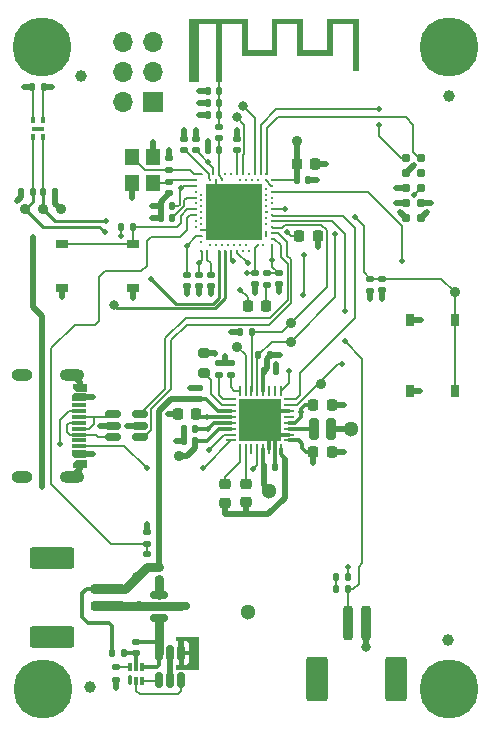
<source format=gbr>
G04 #@! TF.GenerationSoftware,KiCad,Pcbnew,8.0.9-8.0.9-0~ubuntu24.04.1*
G04 #@! TF.CreationDate,2025-04-11T12:42:36+02:00*
G04 #@! TF.ProjectId,Sensor_Nodes,53656e73-6f72-45f4-9e6f-6465732e6b69,rev?*
G04 #@! TF.SameCoordinates,Original*
G04 #@! TF.FileFunction,Copper,L1,Top*
G04 #@! TF.FilePolarity,Positive*
%FSLAX46Y46*%
G04 Gerber Fmt 4.6, Leading zero omitted, Abs format (unit mm)*
G04 Created by KiCad (PCBNEW 8.0.9-8.0.9-0~ubuntu24.04.1) date 2025-04-11 12:42:36*
%MOMM*%
%LPD*%
G01*
G04 APERTURE LIST*
G04 Aperture macros list*
%AMRoundRect*
0 Rectangle with rounded corners*
0 $1 Rounding radius*
0 $2 $3 $4 $5 $6 $7 $8 $9 X,Y pos of 4 corners*
0 Add a 4 corners polygon primitive as box body*
4,1,4,$2,$3,$4,$5,$6,$7,$8,$9,$2,$3,0*
0 Add four circle primitives for the rounded corners*
1,1,$1+$1,$2,$3*
1,1,$1+$1,$4,$5*
1,1,$1+$1,$6,$7*
1,1,$1+$1,$8,$9*
0 Add four rect primitives between the rounded corners*
20,1,$1+$1,$2,$3,$4,$5,0*
20,1,$1+$1,$4,$5,$6,$7,0*
20,1,$1+$1,$6,$7,$8,$9,0*
20,1,$1+$1,$8,$9,$2,$3,0*%
%AMOutline5P*
0 Free polygon, 5 corners , with rotation*
0 The origin of the aperture is its center*
0 number of corners: always 5*
0 $1 to $10 corner X, Y*
0 $11 Rotation angle, in degrees counterclockwise*
0 create outline with 5 corners*
4,1,5,$1,$2,$3,$4,$5,$6,$7,$8,$9,$10,$1,$2,$11*%
%AMOutline6P*
0 Free polygon, 6 corners , with rotation*
0 The origin of the aperture is its center*
0 number of corners: always 6*
0 $1 to $12 corner X, Y*
0 $13 Rotation angle, in degrees counterclockwise*
0 create outline with 6 corners*
4,1,6,$1,$2,$3,$4,$5,$6,$7,$8,$9,$10,$11,$12,$1,$2,$13*%
%AMOutline7P*
0 Free polygon, 7 corners , with rotation*
0 The origin of the aperture is its center*
0 number of corners: always 7*
0 $1 to $14 corner X, Y*
0 $15 Rotation angle, in degrees counterclockwise*
0 create outline with 7 corners*
4,1,7,$1,$2,$3,$4,$5,$6,$7,$8,$9,$10,$11,$12,$13,$14,$1,$2,$15*%
%AMOutline8P*
0 Free polygon, 8 corners , with rotation*
0 The origin of the aperture is its center*
0 number of corners: always 8*
0 $1 to $16 corner X, Y*
0 $17 Rotation angle, in degrees counterclockwise*
0 create outline with 8 corners*
4,1,8,$1,$2,$3,$4,$5,$6,$7,$8,$9,$10,$11,$12,$13,$14,$15,$16,$1,$2,$17*%
G04 Aperture macros list end*
G04 #@! TA.AperFunction,EtchedComponent*
%ADD10C,0.000000*%
G04 #@! TD*
G04 #@! TA.AperFunction,SMDPad,CuDef*
%ADD11RoundRect,0.140000X0.140000X0.170000X-0.140000X0.170000X-0.140000X-0.170000X0.140000X-0.170000X0*%
G04 #@! TD*
G04 #@! TA.AperFunction,SMDPad,CuDef*
%ADD12RoundRect,0.140000X0.170000X-0.140000X0.170000X0.140000X-0.170000X0.140000X-0.170000X-0.140000X0*%
G04 #@! TD*
G04 #@! TA.AperFunction,SMDPad,CuDef*
%ADD13RoundRect,0.140000X-0.170000X0.140000X-0.170000X-0.140000X0.170000X-0.140000X0.170000X0.140000X0*%
G04 #@! TD*
G04 #@! TA.AperFunction,SMDPad,CuDef*
%ADD14RoundRect,0.140000X-0.140000X-0.170000X0.140000X-0.170000X0.140000X0.170000X-0.140000X0.170000X0*%
G04 #@! TD*
G04 #@! TA.AperFunction,SMDPad,CuDef*
%ADD15C,0.900000*%
G04 #@! TD*
G04 #@! TA.AperFunction,SMDPad,CuDef*
%ADD16RoundRect,0.150000X-0.150000X0.512500X-0.150000X-0.512500X0.150000X-0.512500X0.150000X0.512500X0*%
G04 #@! TD*
G04 #@! TA.AperFunction,SMDPad,CuDef*
%ADD17R,1.000000X0.750000*%
G04 #@! TD*
G04 #@! TA.AperFunction,SMDPad,CuDef*
%ADD18RoundRect,0.147500X0.172500X-0.147500X0.172500X0.147500X-0.172500X0.147500X-0.172500X-0.147500X0*%
G04 #@! TD*
G04 #@! TA.AperFunction,SMDPad,CuDef*
%ADD19RoundRect,0.135000X0.185000X-0.135000X0.185000X0.135000X-0.185000X0.135000X-0.185000X-0.135000X0*%
G04 #@! TD*
G04 #@! TA.AperFunction,SMDPad,CuDef*
%ADD20RoundRect,0.200000X-0.200000X0.700000X-0.200000X-0.700000X0.200000X-0.700000X0.200000X0.700000X0*%
G04 #@! TD*
G04 #@! TA.AperFunction,BGAPad,CuDef*
%ADD21C,0.250000*%
G04 #@! TD*
G04 #@! TA.AperFunction,SMDPad,CuDef*
%ADD22R,4.850000X4.850000*%
G04 #@! TD*
G04 #@! TA.AperFunction,SMDPad,CuDef*
%ADD23RoundRect,0.135000X-0.135000X-0.185000X0.135000X-0.185000X0.135000X0.185000X-0.135000X0.185000X0*%
G04 #@! TD*
G04 #@! TA.AperFunction,SMDPad,CuDef*
%ADD24RoundRect,0.150000X-0.587500X-0.150000X0.587500X-0.150000X0.587500X0.150000X-0.587500X0.150000X0*%
G04 #@! TD*
G04 #@! TA.AperFunction,ComponentPad*
%ADD25C,1.300000*%
G04 #@! TD*
G04 #@! TA.AperFunction,SMDPad,CuDef*
%ADD26RoundRect,0.150000X0.512500X0.150000X-0.512500X0.150000X-0.512500X-0.150000X0.512500X-0.150000X0*%
G04 #@! TD*
G04 #@! TA.AperFunction,ComponentPad*
%ADD27C,0.800000*%
G04 #@! TD*
G04 #@! TA.AperFunction,ComponentPad*
%ADD28C,5.000000*%
G04 #@! TD*
G04 #@! TA.AperFunction,SMDPad,CuDef*
%ADD29RoundRect,0.225000X0.225000X0.250000X-0.225000X0.250000X-0.225000X-0.250000X0.225000X-0.250000X0*%
G04 #@! TD*
G04 #@! TA.AperFunction,SMDPad,CuDef*
%ADD30RoundRect,0.135000X-0.185000X0.135000X-0.185000X-0.135000X0.185000X-0.135000X0.185000X0.135000X0*%
G04 #@! TD*
G04 #@! TA.AperFunction,SMDPad,CuDef*
%ADD31RoundRect,0.135000X0.135000X0.185000X-0.135000X0.185000X-0.135000X-0.185000X0.135000X-0.185000X0*%
G04 #@! TD*
G04 #@! TA.AperFunction,SMDPad,CuDef*
%ADD32C,1.000000*%
G04 #@! TD*
G04 #@! TA.AperFunction,SMDPad,CuDef*
%ADD33C,0.787400*%
G04 #@! TD*
G04 #@! TA.AperFunction,SMDPad,CuDef*
%ADD34RoundRect,0.062500X0.337500X0.062500X-0.337500X0.062500X-0.337500X-0.062500X0.337500X-0.062500X0*%
G04 #@! TD*
G04 #@! TA.AperFunction,SMDPad,CuDef*
%ADD35RoundRect,0.062500X0.062500X0.337500X-0.062500X0.337500X-0.062500X-0.337500X0.062500X-0.337500X0*%
G04 #@! TD*
G04 #@! TA.AperFunction,HeatsinkPad*
%ADD36C,0.500000*%
G04 #@! TD*
G04 #@! TA.AperFunction,HeatsinkPad*
%ADD37R,3.600000X3.600000*%
G04 #@! TD*
G04 #@! TA.AperFunction,SMDPad,CuDef*
%ADD38R,0.300000X0.500000*%
G04 #@! TD*
G04 #@! TA.AperFunction,ComponentPad*
%ADD39C,0.400000*%
G04 #@! TD*
G04 #@! TA.AperFunction,SMDPad,CuDef*
%ADD40RoundRect,0.100000X-0.400000X-0.100000X0.400000X-0.100000X0.400000X0.100000X-0.400000X0.100000X0*%
G04 #@! TD*
G04 #@! TA.AperFunction,SMDPad,CuDef*
%ADD41RoundRect,0.200000X0.275000X-0.200000X0.275000X0.200000X-0.275000X0.200000X-0.275000X-0.200000X0*%
G04 #@! TD*
G04 #@! TA.AperFunction,SMDPad,CuDef*
%ADD42RoundRect,0.200000X-1.250000X0.200000X-1.250000X-0.200000X1.250000X-0.200000X1.250000X0.200000X0*%
G04 #@! TD*
G04 #@! TA.AperFunction,SMDPad,CuDef*
%ADD43RoundRect,0.250000X-1.650000X0.650000X-1.650000X-0.650000X1.650000X-0.650000X1.650000X0.650000X0*%
G04 #@! TD*
G04 #@! TA.AperFunction,SMDPad,CuDef*
%ADD44RoundRect,0.070000X-0.070000X-0.355000X0.070000X-0.355000X0.070000X0.355000X-0.070000X0.355000X0*%
G04 #@! TD*
G04 #@! TA.AperFunction,SMDPad,CuDef*
%ADD45RoundRect,0.070000X-0.070000X-0.305000X0.070000X-0.305000X0.070000X0.305000X-0.070000X0.305000X0*%
G04 #@! TD*
G04 #@! TA.AperFunction,ConnectorPad*
%ADD46R,0.500000X0.500000*%
G04 #@! TD*
G04 #@! TA.AperFunction,ComponentPad*
%ADD47R,0.900000X0.500000*%
G04 #@! TD*
G04 #@! TA.AperFunction,SMDPad,CuDef*
%ADD48RoundRect,0.218750X-0.256250X0.218750X-0.256250X-0.218750X0.256250X-0.218750X0.256250X0.218750X0*%
G04 #@! TD*
G04 #@! TA.AperFunction,SMDPad,CuDef*
%ADD49R,1.200000X1.400000*%
G04 #@! TD*
G04 #@! TA.AperFunction,SMDPad,CuDef*
%ADD50RoundRect,0.225000X-0.225000X-0.250000X0.225000X-0.250000X0.225000X0.250000X-0.225000X0.250000X0*%
G04 #@! TD*
G04 #@! TA.AperFunction,SMDPad,CuDef*
%ADD51R,0.750000X1.000000*%
G04 #@! TD*
G04 #@! TA.AperFunction,SMDPad,CuDef*
%ADD52Outline5P,-0.300000X0.575000X0.300000X0.575000X0.300000X-0.365000X0.090000X-0.575000X-0.300000X-0.575000X270.000000*%
G04 #@! TD*
G04 #@! TA.AperFunction,SMDPad,CuDef*
%ADD53Outline5P,-0.300000X0.620000X0.300000X0.620000X0.300000X-0.620000X-0.090000X-0.620000X-0.300000X-0.410000X270.000000*%
G04 #@! TD*
G04 #@! TA.AperFunction,SMDPad,CuDef*
%ADD54R,1.240000X0.300000*%
G04 #@! TD*
G04 #@! TA.AperFunction,SMDPad,CuDef*
%ADD55Outline5P,-0.300000X0.620000X0.300000X0.620000X0.300000X-0.410000X0.090000X-0.620000X-0.300000X-0.620000X270.000000*%
G04 #@! TD*
G04 #@! TA.AperFunction,SMDPad,CuDef*
%ADD56Outline5P,-0.300000X0.575000X0.300000X0.575000X0.300000X-0.575000X-0.090000X-0.575000X-0.300000X-0.365000X270.000000*%
G04 #@! TD*
G04 #@! TA.AperFunction,ComponentPad*
%ADD57O,2.100000X1.000000*%
G04 #@! TD*
G04 #@! TA.AperFunction,ComponentPad*
%ADD58O,1.800000X1.000000*%
G04 #@! TD*
G04 #@! TA.AperFunction,SMDPad,CuDef*
%ADD59RoundRect,0.200000X-0.200000X-1.250000X0.200000X-1.250000X0.200000X1.250000X-0.200000X1.250000X0*%
G04 #@! TD*
G04 #@! TA.AperFunction,SMDPad,CuDef*
%ADD60RoundRect,0.250000X-0.650000X-1.650000X0.650000X-1.650000X0.650000X1.650000X-0.650000X1.650000X0*%
G04 #@! TD*
G04 #@! TA.AperFunction,ComponentPad*
%ADD61R,1.700000X1.700000*%
G04 #@! TD*
G04 #@! TA.AperFunction,ComponentPad*
%ADD62O,1.700000X1.700000*%
G04 #@! TD*
G04 #@! TA.AperFunction,SMDPad,CuDef*
%ADD63RoundRect,0.218750X-0.218750X-0.256250X0.218750X-0.256250X0.218750X0.256250X-0.218750X0.256250X0*%
G04 #@! TD*
G04 #@! TA.AperFunction,ViaPad*
%ADD64C,0.500000*%
G04 #@! TD*
G04 #@! TA.AperFunction,ViaPad*
%ADD65C,0.800000*%
G04 #@! TD*
G04 #@! TA.AperFunction,ViaPad*
%ADD66C,0.200000*%
G04 #@! TD*
G04 #@! TA.AperFunction,Conductor*
%ADD67C,0.500000*%
G04 #@! TD*
G04 #@! TA.AperFunction,Conductor*
%ADD68C,0.300000*%
G04 #@! TD*
G04 #@! TA.AperFunction,Conductor*
%ADD69C,0.150000*%
G04 #@! TD*
G04 #@! TA.AperFunction,Conductor*
%ADD70C,0.200000*%
G04 #@! TD*
G04 #@! TA.AperFunction,Conductor*
%ADD71C,0.750000*%
G04 #@! TD*
G04 #@! TA.AperFunction,Conductor*
%ADD72C,0.250000*%
G04 #@! TD*
G04 APERTURE END LIST*
D10*
G04 #@! TA.AperFunction,EtchedComponent*
G36*
X105380000Y-74636000D02*
G01*
X107380000Y-74636000D01*
X107380000Y-71996000D01*
X110080000Y-71996000D01*
X110080000Y-74636000D01*
X112080000Y-74636000D01*
X112080000Y-71996000D01*
X114780000Y-71996000D01*
X114780000Y-76436000D01*
X114280000Y-76436000D01*
X114280000Y-72496000D01*
X112580000Y-72496000D01*
X112580000Y-75136000D01*
X109580000Y-75136000D01*
X109580000Y-72496000D01*
X107880000Y-72496000D01*
X107880000Y-75136000D01*
X104880000Y-75136000D01*
X104880000Y-72496000D01*
X103180000Y-72496000D01*
X103180000Y-77396000D01*
X102680000Y-77396000D01*
X102680000Y-72496000D01*
X101280000Y-72496000D01*
X101280000Y-77396000D01*
X100380000Y-77396000D01*
X100380000Y-77152785D01*
X100682417Y-77152785D01*
X100692258Y-77200395D01*
X100716326Y-77242797D01*
X100754269Y-77275581D01*
X100762181Y-77279935D01*
X100804844Y-77292043D01*
X100853363Y-77291300D01*
X100898878Y-77278400D01*
X100917489Y-77267787D01*
X100951132Y-77232553D01*
X100971691Y-77187368D01*
X100978222Y-77137842D01*
X100969782Y-77089583D01*
X100952888Y-77057357D01*
X100917628Y-77024687D01*
X100872318Y-77004592D01*
X100822733Y-76998018D01*
X100774647Y-77005908D01*
X100741755Y-77022814D01*
X100706815Y-77059584D01*
X100687153Y-77104378D01*
X100682417Y-77152785D01*
X100380000Y-77152785D01*
X100380000Y-71996000D01*
X105380000Y-71996000D01*
X105380000Y-74636000D01*
G37*
G04 #@! TD.AperFunction*
D11*
X100940000Y-107761000D03*
X99980000Y-107761000D03*
D12*
X98710000Y-84786000D03*
X98710000Y-83826000D03*
D13*
X116710000Y-94051000D03*
X116710000Y-95011000D03*
D11*
X98960000Y-88906000D03*
X98000000Y-88906000D03*
D14*
X106780000Y-101861000D03*
X107740000Y-101861000D03*
D15*
X86540000Y-88133500D03*
D16*
X99730000Y-125721000D03*
X98780000Y-125721000D03*
X97830000Y-125721000D03*
X97830000Y-127996000D03*
X98780000Y-127996000D03*
X99730000Y-127996000D03*
D17*
X95680000Y-94821000D03*
X89680000Y-94821000D03*
X89680000Y-91071000D03*
X95680000Y-91071000D03*
D18*
X102930000Y-82136000D03*
X102930000Y-81166000D03*
D12*
X102910000Y-102141000D03*
X102910000Y-101181000D03*
D19*
X115710000Y-95031000D03*
X115710000Y-94011000D03*
D15*
X96160000Y-121751000D03*
D11*
X98960000Y-87906000D03*
X98000000Y-87906000D03*
D20*
X112435000Y-106721000D03*
X110935000Y-106721000D03*
D12*
X95930000Y-125731000D03*
X95930000Y-124771000D03*
D21*
X100950000Y-89650000D03*
X100950000Y-89150000D03*
X100950000Y-88650000D03*
X100950000Y-88150000D03*
X100950000Y-87650000D03*
X100950000Y-87150000D03*
X100950000Y-86650000D03*
X100950000Y-86150000D03*
X100950000Y-85650000D03*
X106450000Y-85150000D03*
X106700000Y-91150000D03*
X106950000Y-90400000D03*
X106950000Y-89400000D03*
X106950000Y-88900000D03*
X106950000Y-88400000D03*
X106950000Y-87900000D03*
X106950000Y-87400000D03*
X106950000Y-86900000D03*
X106950000Y-86400000D03*
X106950000Y-85150000D03*
X107450000Y-91150000D03*
X107450000Y-90650000D03*
X107450000Y-90150000D03*
X107450000Y-89650000D03*
X107450000Y-89150000D03*
X107450000Y-88650000D03*
X107450000Y-88150000D03*
X107450000Y-87650000D03*
X107450000Y-87150000D03*
X107450000Y-86650000D03*
X107450000Y-86150000D03*
X107450000Y-85650000D03*
X101450000Y-91650000D03*
X101450000Y-90900000D03*
X101450000Y-90400000D03*
X101450000Y-89900000D03*
X101450000Y-89400000D03*
X101450000Y-88900000D03*
X101450000Y-88400000D03*
X101450000Y-87900000D03*
X101450000Y-87400000D03*
X101450000Y-86900000D03*
X101450000Y-85150000D03*
X101950000Y-91650000D03*
X102200000Y-91150000D03*
X102200000Y-85650000D03*
X102450000Y-85150000D03*
D22*
X104200000Y-88400000D03*
D21*
X102700000Y-91150000D03*
X102700000Y-85650000D03*
X102950000Y-91650000D03*
X103200000Y-91150000D03*
X103200000Y-85650000D03*
X103450000Y-91650000D03*
X103450000Y-85150000D03*
X103700000Y-91150000D03*
X103950000Y-91650000D03*
X103950000Y-85150000D03*
X104200000Y-91150000D03*
X104450000Y-91650000D03*
X104450000Y-85150000D03*
X104700000Y-91150000D03*
X104700000Y-85650000D03*
X104950000Y-91650000D03*
X104950000Y-85150000D03*
X105200000Y-91150000D03*
X105200000Y-85650000D03*
X105450000Y-91650000D03*
X105450000Y-85150000D03*
X105700000Y-85650000D03*
X105950000Y-91650000D03*
X105950000Y-85150000D03*
X106200000Y-91150000D03*
X106200000Y-85650000D03*
D23*
X86145000Y-86708500D03*
X87165000Y-86708500D03*
X93900000Y-125733500D03*
X94920000Y-125733500D03*
D24*
X97842500Y-120811000D03*
X97842500Y-122711000D03*
X99717500Y-121761000D03*
D23*
X104670000Y-98501000D03*
X105690000Y-98501000D03*
D25*
X114120000Y-106731000D03*
D15*
X88040000Y-88133500D03*
D25*
X107185000Y-111971000D03*
D26*
X96247500Y-107421000D03*
X96247500Y-106471000D03*
X96247500Y-105521000D03*
X93972500Y-105521000D03*
X93972500Y-106471000D03*
X93972500Y-107421000D03*
D13*
X98710000Y-85826000D03*
X98710000Y-86786000D03*
D27*
X86115000Y-74376000D03*
X86664175Y-73050175D03*
X86664175Y-75701825D03*
X87990000Y-72501000D03*
D28*
X87990000Y-74376000D03*
D27*
X87990000Y-76251000D03*
X89315825Y-73050175D03*
X89315825Y-75701825D03*
X89865000Y-74376000D03*
D14*
X106710000Y-109991000D03*
X107670000Y-109991000D03*
D29*
X101020000Y-105511000D03*
X99470000Y-105511000D03*
D30*
X94180000Y-126941000D03*
X94180000Y-127961000D03*
D31*
X113830000Y-119291000D03*
X112810000Y-119291000D03*
D30*
X106970000Y-93511000D03*
X106970000Y-94531000D03*
D32*
X122370000Y-78581000D03*
D15*
X108990000Y-99401000D03*
X109550000Y-82391000D03*
D11*
X100940000Y-106761000D03*
X99980000Y-106761000D03*
D33*
X120050000Y-88871000D03*
X120050000Y-87601000D03*
X120050000Y-86331000D03*
X120050000Y-85061000D03*
X120050000Y-83791000D03*
X118780000Y-83791000D03*
X118780000Y-85061000D03*
X118780000Y-86331000D03*
X118780000Y-87601000D03*
X118780000Y-88871000D03*
D23*
X112820000Y-120291000D03*
X113840000Y-120291000D03*
D34*
X108885000Y-107721000D03*
X108885000Y-107221000D03*
X108885000Y-106721000D03*
X108885000Y-106221000D03*
X108885000Y-105721000D03*
X108885000Y-105221000D03*
X108885000Y-104721000D03*
X108885000Y-104221000D03*
D35*
X108185000Y-103521000D03*
X107685000Y-103521000D03*
X107185000Y-103521000D03*
X106685000Y-103521000D03*
X106185000Y-103521000D03*
X105685000Y-103521000D03*
X105185000Y-103521000D03*
X104685000Y-103521000D03*
D34*
X103985000Y-104221000D03*
X103985000Y-104721000D03*
X103985000Y-105221000D03*
X103985000Y-105721000D03*
X103985000Y-106221000D03*
X103985000Y-106721000D03*
X103985000Y-107221000D03*
X103985000Y-107721000D03*
D35*
X104685000Y-108421000D03*
X105185000Y-108421000D03*
X105685000Y-108421000D03*
X106185000Y-108421000D03*
X106685000Y-108421000D03*
X107185000Y-108421000D03*
X107685000Y-108421000D03*
X108185000Y-108421000D03*
D36*
X107435000Y-106971000D03*
X107435000Y-105971000D03*
X107435000Y-104971000D03*
X106435000Y-106971000D03*
X106435000Y-105971000D03*
D37*
X106435000Y-105971000D03*
D36*
X106435000Y-104971000D03*
X105435000Y-106971000D03*
X105435000Y-105971000D03*
X105435000Y-104971000D03*
D13*
X107980000Y-93521000D03*
X107980000Y-94481000D03*
D38*
X87220000Y-82008500D03*
X88020000Y-82008500D03*
X88020000Y-80608500D03*
X87220000Y-80608500D03*
D39*
X87320000Y-81308500D03*
D40*
X87620000Y-81308500D03*
D39*
X87920000Y-81308500D03*
D41*
X101630000Y-102006000D03*
X101630000Y-100356000D03*
D42*
X93510000Y-120261000D03*
X93510000Y-121761000D03*
D43*
X88810000Y-117661000D03*
X88810000Y-124361000D03*
D13*
X101210000Y-93676000D03*
X101210000Y-94636000D03*
D44*
X95430000Y-128041000D03*
D45*
X95930000Y-128091000D03*
X96430000Y-128091000D03*
X96430000Y-126941000D03*
X95930000Y-126941000D03*
X95430000Y-126941000D03*
D30*
X97840000Y-118391000D03*
X97840000Y-119411000D03*
D46*
X102930000Y-77146000D03*
D47*
X100830000Y-77146000D03*
D11*
X102930000Y-79151000D03*
X101970000Y-79151000D03*
D32*
X91250000Y-76901000D03*
D48*
X105185000Y-111396000D03*
X105185000Y-112971000D03*
D15*
X99570000Y-109061000D03*
D11*
X102930000Y-78151000D03*
X101970000Y-78151000D03*
D14*
X109550000Y-85651000D03*
X110510000Y-85651000D03*
D13*
X105947500Y-93538500D03*
X105947500Y-94498500D03*
D49*
X95610000Y-83706000D03*
X95610000Y-85906000D03*
X97310000Y-85906000D03*
X97310000Y-83706000D03*
D50*
X110910000Y-108721000D03*
X112460000Y-108721000D03*
D27*
X120509175Y-74386825D03*
X121058350Y-73061000D03*
X121058350Y-75712650D03*
X122384175Y-72511825D03*
D28*
X122384175Y-74386825D03*
D27*
X122384175Y-76261825D03*
X123710000Y-73061000D03*
X123710000Y-75712650D03*
X124259175Y-74386825D03*
D11*
X102930000Y-80151000D03*
X101970000Y-80151000D03*
D13*
X100200000Y-93681000D03*
X100200000Y-94641000D03*
X102235000Y-93676000D03*
X102235000Y-94636000D03*
D51*
X119140000Y-103546000D03*
X119140000Y-97546000D03*
X122890000Y-97546000D03*
X122890000Y-103546000D03*
D15*
X104460000Y-99801000D03*
D12*
X101270000Y-104201000D03*
X101270000Y-103241000D03*
D31*
X107280000Y-100521000D03*
X106260000Y-100521000D03*
D27*
X86129175Y-128756825D03*
X86678350Y-127431000D03*
X86678350Y-130082650D03*
X88004175Y-126881825D03*
D28*
X88004175Y-128756825D03*
D27*
X88004175Y-130631825D03*
X89330000Y-127431000D03*
X89330000Y-130082650D03*
X89879175Y-128756825D03*
D11*
X102930000Y-83151000D03*
X101970000Y-83151000D03*
D12*
X104460000Y-83136000D03*
X104460000Y-82176000D03*
D52*
X91130000Y-103271000D03*
D53*
X91080000Y-104071000D03*
D54*
X91080000Y-105221000D03*
X91080000Y-106221000D03*
X91080000Y-106721000D03*
X91080000Y-107721000D03*
D55*
X91080000Y-108871000D03*
D56*
X91130000Y-109671000D03*
X91130000Y-109671000D03*
D55*
X91080000Y-108871000D03*
D54*
X91080000Y-108221000D03*
X91080000Y-107221000D03*
X91080000Y-105721000D03*
X91080000Y-104721000D03*
D53*
X91080000Y-104071000D03*
D52*
X91130000Y-103271000D03*
D57*
X90480000Y-102151000D03*
D58*
X86280000Y-102151000D03*
D57*
X90480000Y-110791000D03*
D58*
X86280000Y-110791000D03*
D19*
X96830000Y-116451000D03*
X96830000Y-115431000D03*
D12*
X100960000Y-83136000D03*
X100960000Y-82176000D03*
D23*
X94670000Y-89611000D03*
X95690000Y-89611000D03*
D59*
X113840000Y-123211000D03*
X115340000Y-123211000D03*
D60*
X111240000Y-127911000D03*
X117940000Y-127911000D03*
D50*
X109745000Y-90421000D03*
X111295000Y-90421000D03*
D15*
X111585000Y-102971000D03*
D50*
X110910000Y-104721000D03*
X112460000Y-104721000D03*
D19*
X103920000Y-102186000D03*
X103920000Y-101166000D03*
D25*
X105430000Y-122211000D03*
D15*
X109030000Y-97771000D03*
D61*
X97340000Y-79071000D03*
D62*
X94800000Y-79071000D03*
X97340000Y-76531000D03*
X94800000Y-76531000D03*
X97340000Y-73991000D03*
X94800000Y-73991000D03*
D31*
X89085000Y-86708500D03*
X88065000Y-86708500D03*
D12*
X99960000Y-83156000D03*
X99960000Y-82196000D03*
D63*
X105352500Y-96361000D03*
X106927500Y-96361000D03*
D19*
X96830000Y-118391000D03*
X96830000Y-117371000D03*
D50*
X109547500Y-84293500D03*
X111097500Y-84293500D03*
D48*
X103440000Y-111411000D03*
X103440000Y-112986000D03*
D32*
X91980000Y-128591000D03*
D11*
X88100000Y-77758500D03*
X87140000Y-77758500D03*
D15*
X95980000Y-119251000D03*
D27*
X120500000Y-128751000D03*
X121049175Y-127425175D03*
X121049175Y-130076825D03*
X122375000Y-126876000D03*
D28*
X122375000Y-128751000D03*
D27*
X122375000Y-130626000D03*
X123700825Y-127425175D03*
X123700825Y-130076825D03*
X124250000Y-128751000D03*
D32*
X122340000Y-124651000D03*
D15*
X89540000Y-88133500D03*
X122890000Y-95131000D03*
D64*
X100960000Y-125721000D03*
X100440000Y-103241000D03*
X113480000Y-104721000D03*
X98710000Y-83091000D03*
X101240000Y-78161000D03*
X104210000Y-90401000D03*
X97270000Y-88901000D03*
X89680000Y-95591000D03*
X100960000Y-124661000D03*
X100200000Y-95361000D03*
D65*
X115340000Y-125201000D03*
D64*
X104210000Y-87401000D03*
X104210000Y-88401000D03*
X98605000Y-105511000D03*
X107740000Y-101261000D03*
X99295000Y-107761000D03*
X107980000Y-95171000D03*
X94180000Y-128711000D03*
X104210000Y-89401000D03*
X113500000Y-108711000D03*
X111290000Y-91361000D03*
X116710000Y-95711000D03*
X120890000Y-87601000D03*
X120000000Y-97541000D03*
X96830000Y-114761000D03*
X99730000Y-126821000D03*
X100960000Y-81451000D03*
X95610000Y-87151000D03*
X101970000Y-82391000D03*
X102240000Y-95351000D03*
X118250000Y-88341000D03*
X105950000Y-95231000D03*
X100960000Y-126821000D03*
X101240000Y-79151000D03*
X117940000Y-86331000D03*
X97260000Y-87901000D03*
X99730000Y-124661000D03*
X104210000Y-86401000D03*
X86430000Y-77761000D03*
X106210000Y-88401000D03*
X103210000Y-88401000D03*
X105210000Y-88401000D03*
X101240000Y-80151000D03*
X95160000Y-106481000D03*
X97310000Y-82461000D03*
X101210000Y-95351000D03*
X95680000Y-95621000D03*
X99960000Y-81461000D03*
X111250000Y-85651000D03*
X119960000Y-103551000D03*
X112000000Y-84291000D03*
X104460000Y-81471000D03*
X103470000Y-100541000D03*
X117940000Y-87601000D03*
X119410000Y-84431000D03*
X102610000Y-100361000D03*
X102210000Y-88401000D03*
X115710000Y-95731000D03*
X113830000Y-118441000D03*
X108490000Y-88151000D03*
X101210000Y-92681000D03*
X99725000Y-86326000D03*
X103950000Y-98501000D03*
X110910000Y-109601000D03*
X105830000Y-110111000D03*
X109550000Y-83421000D03*
X108140000Y-100521000D03*
X120580000Y-88341000D03*
X94670000Y-90371000D03*
X105320000Y-93531000D03*
X88810000Y-77761000D03*
X85810000Y-87421000D03*
X89085000Y-87381000D03*
X87190000Y-90451000D03*
X87950000Y-111621000D03*
X114410000Y-88801000D03*
D66*
X106960000Y-88406000D03*
D64*
X100200000Y-91231000D03*
X101967500Y-84143500D03*
X108690000Y-90091000D03*
D66*
X106950000Y-90091000D03*
D64*
X101990000Y-106761000D03*
X92230000Y-104071000D03*
X92230000Y-108871000D03*
X92870000Y-106471000D03*
X109850000Y-105331000D03*
X108540000Y-109251000D03*
X101880000Y-105721000D03*
X107460000Y-92461000D03*
X100658198Y-108609198D03*
X101610000Y-110081000D03*
X96800000Y-110091000D03*
X102050000Y-108551000D03*
X89460000Y-108061000D03*
X113590000Y-96761000D03*
X113610000Y-99331000D03*
X116515000Y-79671000D03*
X116515000Y-80971000D03*
X120050000Y-85061000D03*
X104090000Y-92541000D03*
X105350000Y-92731000D03*
X119410000Y-86921000D03*
X104700000Y-94941000D03*
D66*
X104700000Y-91151000D03*
D64*
X110070000Y-95411000D03*
D66*
X106950000Y-88901000D03*
D64*
X108850000Y-101801000D03*
X110100000Y-92001000D03*
X97180000Y-94021000D03*
X93240000Y-90081000D03*
X93350000Y-89171000D03*
D66*
X103200000Y-91150000D03*
D64*
X113337500Y-101218500D03*
X118470000Y-92541000D03*
D66*
X106950000Y-89400000D03*
D64*
X112790000Y-90221000D03*
D65*
X104490000Y-80371000D03*
X104940000Y-79371000D03*
D66*
X106890000Y-85671000D03*
D65*
X94040000Y-96271000D03*
D67*
X111997500Y-84293500D02*
X112000000Y-84291000D01*
X103470000Y-101181000D02*
X103905000Y-101181000D01*
D68*
X107685000Y-105221000D02*
X107435000Y-104971000D01*
D67*
X111097500Y-84293500D02*
X111997500Y-84293500D01*
X105947500Y-94498500D02*
X105947500Y-95228500D01*
D69*
X102710000Y-85656000D02*
X102710000Y-86906000D01*
D67*
X115340000Y-123211000D02*
X115340000Y-125201000D01*
X104460000Y-82176000D02*
X104460000Y-81471000D01*
D68*
X107685000Y-107221000D02*
X106435000Y-105971000D01*
D67*
X100200000Y-94641000D02*
X100200000Y-95361000D01*
D69*
X101460000Y-89906000D02*
X102710000Y-89906000D01*
D67*
X96830000Y-115431000D02*
X96830000Y-114761000D01*
D69*
X87220000Y-77838500D02*
X87220000Y-80608500D01*
D67*
X91130000Y-110141000D02*
X90480000Y-110791000D01*
D69*
X87140000Y-77758500D02*
X87220000Y-77838500D01*
D67*
X112460000Y-108721000D02*
X113490000Y-108721000D01*
X97310000Y-83706000D02*
X97310000Y-82461000D01*
X119140000Y-103546000D02*
X119955000Y-103546000D01*
X103470000Y-101181000D02*
X103470000Y-100541000D01*
X110510000Y-85651000D02*
X111250000Y-85651000D01*
X96247500Y-106471000D02*
X95170000Y-106471000D01*
X87140000Y-77758500D02*
X86432500Y-77758500D01*
X99960000Y-82196000D02*
X99960000Y-81461000D01*
X118780000Y-85061000D02*
X119410000Y-84431000D01*
X89680000Y-94821000D02*
X89680000Y-95591000D01*
X105947500Y-95228500D02*
X105950000Y-95231000D01*
X101250000Y-78151000D02*
X101240000Y-78161000D01*
D68*
X107185000Y-106721000D02*
X106435000Y-105971000D01*
D67*
X94180000Y-127961000D02*
X94180000Y-128711000D01*
X111295000Y-90421000D02*
X111295000Y-91356000D01*
X102910000Y-101181000D02*
X103470000Y-101181000D01*
X99730000Y-125721000D02*
X99730000Y-124661000D01*
D70*
X107685000Y-109976000D02*
X107670000Y-109991000D01*
D67*
X101970000Y-79151000D02*
X101240000Y-79151000D01*
X98000000Y-87906000D02*
X98000000Y-87496000D01*
X95170000Y-106471000D02*
X95160000Y-106481000D01*
D69*
X102710000Y-86906000D02*
X104210000Y-88406000D01*
D68*
X107670000Y-109991000D02*
X107670000Y-107206000D01*
X107670000Y-107206000D02*
X106435000Y-105971000D01*
D67*
X98000000Y-87906000D02*
X97265000Y-87906000D01*
D68*
X108885000Y-105221000D02*
X107685000Y-105221000D01*
D67*
X116710000Y-95011000D02*
X116710000Y-95711000D01*
X119955000Y-103546000D02*
X119960000Y-103551000D01*
X101270000Y-103241000D02*
X100440000Y-103241000D01*
D69*
X102710000Y-89906000D02*
X104210000Y-88406000D01*
D67*
X100960000Y-82176000D02*
X100960000Y-81451000D01*
X118780000Y-88871000D02*
X118250000Y-88341000D01*
D68*
X107185000Y-108421000D02*
X107185000Y-106721000D01*
D67*
X99980000Y-107761000D02*
X99980000Y-106761000D01*
X86432500Y-77758500D02*
X86430000Y-77761000D01*
X102605000Y-100356000D02*
X102610000Y-100361000D01*
X91130000Y-103271000D02*
X91130000Y-102801000D01*
X118780000Y-86331000D02*
X117940000Y-86331000D01*
X99470000Y-105511000D02*
X98605000Y-105511000D01*
X107740000Y-101861000D02*
X107740000Y-101261000D01*
X118780000Y-87601000D02*
X117940000Y-87601000D01*
X101970000Y-78151000D02*
X101250000Y-78151000D01*
X98000000Y-88906000D02*
X98000000Y-87906000D01*
X102235000Y-95346000D02*
X102240000Y-95351000D01*
X101970000Y-83151000D02*
X101970000Y-82391000D01*
X101630000Y-100356000D02*
X102605000Y-100356000D01*
X102235000Y-94636000D02*
X102235000Y-95346000D01*
X111295000Y-91356000D02*
X111290000Y-91361000D01*
X120050000Y-87601000D02*
X120890000Y-87601000D01*
X98000000Y-87496000D02*
X98710000Y-86786000D01*
X103905000Y-101181000D02*
X103920000Y-101166000D01*
X101210000Y-94636000D02*
X101210000Y-95351000D01*
X95610000Y-85906000D02*
X95610000Y-87151000D01*
X97265000Y-87906000D02*
X97260000Y-87901000D01*
X98710000Y-83826000D02*
X98710000Y-83091000D01*
X119140000Y-97546000D02*
X119995000Y-97546000D01*
X107980000Y-94481000D02*
X107980000Y-95171000D01*
X91130000Y-109671000D02*
X91130000Y-110141000D01*
X91130000Y-102801000D02*
X90480000Y-102151000D01*
X101970000Y-80151000D02*
X101240000Y-80151000D01*
X119995000Y-97546000D02*
X120000000Y-97541000D01*
D70*
X107685000Y-107221000D02*
X107435000Y-106971000D01*
D67*
X97275000Y-88906000D02*
X97270000Y-88901000D01*
X113490000Y-108721000D02*
X113500000Y-108711000D01*
D68*
X108885000Y-107221000D02*
X107685000Y-107221000D01*
D67*
X99980000Y-107761000D02*
X99295000Y-107761000D01*
X112460000Y-104721000D02*
X113480000Y-104721000D01*
X95680000Y-94821000D02*
X95680000Y-95621000D01*
X98000000Y-88906000D02*
X97275000Y-88906000D01*
D70*
X105947500Y-93538500D02*
X105947500Y-91418500D01*
D68*
X106685000Y-101956000D02*
X106780000Y-101861000D01*
D70*
X108489000Y-88150000D02*
X108490000Y-88151000D01*
X99620000Y-87751000D02*
X99620000Y-86431000D01*
D67*
X120050000Y-88871000D02*
X120580000Y-88341000D01*
X106980000Y-100821000D02*
X107280000Y-100521000D01*
D70*
X101460000Y-91656000D02*
X101460000Y-92431000D01*
X107450000Y-88150000D02*
X108489000Y-88150000D01*
X105947500Y-91418500D02*
X106210000Y-91156000D01*
D68*
X109930000Y-108391000D02*
X109930000Y-107981000D01*
D70*
X98960000Y-87906000D02*
X99465000Y-87906000D01*
D67*
X109547500Y-84293500D02*
X109547500Y-85648500D01*
D68*
X109670000Y-107721000D02*
X108885000Y-107721000D01*
X109930000Y-107981000D02*
X109670000Y-107721000D01*
D70*
X99725000Y-86326000D02*
X99800000Y-86251000D01*
D67*
X115710000Y-95031000D02*
X115710000Y-95731000D01*
D68*
X110260000Y-108721000D02*
X109930000Y-108391000D01*
D70*
X106130000Y-109811000D02*
X105830000Y-110111000D01*
D67*
X109547500Y-85648500D02*
X109550000Y-85651000D01*
D70*
X105947500Y-93538500D02*
X105327500Y-93538500D01*
X99895000Y-86156000D02*
X99725000Y-86326000D01*
D68*
X106685000Y-103521000D02*
X106685000Y-101956000D01*
D67*
X104670000Y-98501000D02*
X103950000Y-98501000D01*
D70*
X106685000Y-101866000D02*
X106690000Y-101861000D01*
D67*
X106780000Y-101861000D02*
X106780000Y-101811000D01*
X114110000Y-106721000D02*
X114120000Y-106731000D01*
D70*
X107460000Y-85656000D02*
X109545000Y-85656000D01*
X99620000Y-86431000D02*
X99725000Y-86326000D01*
X105327500Y-93538500D02*
X105320000Y-93531000D01*
X100960000Y-86156000D02*
X99895000Y-86156000D01*
D67*
X106980000Y-101611000D02*
X106980000Y-100821000D01*
X106780000Y-101811000D02*
X106980000Y-101611000D01*
D70*
X99465000Y-87906000D02*
X99620000Y-87751000D01*
D68*
X110910000Y-108721000D02*
X110260000Y-108721000D01*
D67*
X107280000Y-100521000D02*
X108140000Y-100521000D01*
D70*
X109545000Y-85656000D02*
X109550000Y-85651000D01*
D67*
X109550000Y-83421000D02*
X109550000Y-82391000D01*
D70*
X101210000Y-93676000D02*
X101210000Y-92681000D01*
X94670000Y-89611000D02*
X94670000Y-90371000D01*
X106185000Y-108421000D02*
X106130000Y-108476000D01*
D67*
X110910000Y-108721000D02*
X110910000Y-109601000D01*
D70*
X101460000Y-92431000D02*
X101210000Y-92681000D01*
D67*
X112435000Y-106721000D02*
X114110000Y-106721000D01*
D70*
X106130000Y-108476000D02*
X106130000Y-109811000D01*
D67*
X109547500Y-83423500D02*
X109550000Y-83421000D01*
D70*
X113830000Y-119291000D02*
X113830000Y-118441000D01*
D67*
X109547500Y-84293500D02*
X109547500Y-83423500D01*
X87190000Y-96451000D02*
X87190000Y-90451000D01*
X106710000Y-111496000D02*
X107185000Y-111971000D01*
X87950000Y-111621000D02*
X87950000Y-98701000D01*
X106710000Y-109991000D02*
X106710000Y-111496000D01*
X86145000Y-86708500D02*
X86145000Y-87086000D01*
X87950000Y-97211000D02*
X87190000Y-96451000D01*
D68*
X106685000Y-109966000D02*
X106710000Y-109991000D01*
D67*
X88100000Y-77758500D02*
X88807500Y-77758500D01*
D69*
X88100000Y-77758500D02*
X88020000Y-77838500D01*
D67*
X87950000Y-98701000D02*
X87950000Y-97211000D01*
X86145000Y-87086000D02*
X85810000Y-87421000D01*
X89085000Y-87678500D02*
X89540000Y-88133500D01*
X88807500Y-77758500D02*
X88810000Y-77761000D01*
D69*
X88020000Y-77838500D02*
X88020000Y-80608500D01*
D68*
X106685000Y-108421000D02*
X106685000Y-109966000D01*
D67*
X89085000Y-86708500D02*
X89085000Y-87678500D01*
D70*
X102930000Y-77146000D02*
X102930000Y-81166000D01*
D69*
X100855000Y-85156000D02*
X101460000Y-85156000D01*
X100485000Y-84786000D02*
X100855000Y-85156000D01*
X96690000Y-84786000D02*
X95610000Y-83706000D01*
X98710000Y-84786000D02*
X96690000Y-84786000D01*
X98710000Y-84786000D02*
X100485000Y-84786000D01*
D70*
X114410000Y-88801000D02*
X115190000Y-89581000D01*
X122890000Y-97546000D02*
X122890000Y-95131000D01*
X121770000Y-94011000D02*
X115710000Y-94011000D01*
X115190000Y-93491000D02*
X115710000Y-94011000D01*
X122890000Y-95131000D02*
X121770000Y-94011000D01*
X115190000Y-89581000D02*
X115190000Y-93491000D01*
X122890000Y-103546000D02*
X122890000Y-97546000D01*
D69*
X97310000Y-85906000D02*
X98630000Y-85906000D01*
X98880000Y-85656000D02*
X100960000Y-85656000D01*
X98630000Y-85906000D02*
X98710000Y-85826000D01*
X98710000Y-85826000D02*
X98880000Y-85656000D01*
D70*
X102930000Y-85274959D02*
X103210000Y-85554959D01*
D69*
X103210000Y-85590314D02*
X103210000Y-85656000D01*
D70*
X103210000Y-85554959D02*
X103210000Y-85656000D01*
X102930000Y-82136000D02*
X102930000Y-85274959D01*
X100200000Y-93681000D02*
X100200000Y-91231000D01*
X100200000Y-91231000D02*
X101025000Y-90406000D01*
X102460000Y-85156000D02*
X102460000Y-84636000D01*
X101025000Y-90406000D02*
X101460000Y-90406000D01*
X102460000Y-84636000D02*
X100960000Y-83136000D01*
X104460000Y-83136000D02*
X104460000Y-85156000D01*
D69*
X102060000Y-85190314D02*
X100025686Y-83156000D01*
X100025686Y-83156000D02*
X99960000Y-83156000D01*
X102210000Y-85656000D02*
X102060000Y-85506000D01*
X102060000Y-85506000D02*
X102060000Y-85190314D01*
D70*
X100205000Y-87156000D02*
X100960000Y-87156000D01*
X99970000Y-87391000D02*
X100205000Y-87156000D01*
X99970000Y-87896000D02*
X99970000Y-87391000D01*
X98960000Y-88906000D02*
X99970000Y-87896000D01*
X101960000Y-92431000D02*
X101960000Y-91656000D01*
X102235000Y-93676000D02*
X102235000Y-92706000D01*
X102235000Y-92706000D02*
X101960000Y-92431000D01*
D69*
X106950000Y-90400000D02*
X106950000Y-90091000D01*
X109020000Y-90421000D02*
X109745000Y-90421000D01*
X108690000Y-90091000D02*
X109020000Y-90421000D01*
D68*
X95927500Y-125733500D02*
X95930000Y-125731000D01*
X95930000Y-125731000D02*
X95930000Y-126941000D01*
X94920000Y-125733500D02*
X95927500Y-125733500D01*
D70*
X94922500Y-125731000D02*
X94920000Y-125733500D01*
D71*
X97842500Y-122711000D02*
X97842500Y-124251000D01*
X97842500Y-124781000D02*
X97842500Y-125708500D01*
D68*
X95930000Y-124771000D02*
X97832500Y-124771000D01*
X97830000Y-126771000D02*
X97830000Y-125721000D01*
D71*
X97842500Y-124251000D02*
X97842500Y-124781000D01*
X97842500Y-125708500D02*
X97830000Y-125721000D01*
D68*
X96430000Y-126941000D02*
X97660000Y-126941000D01*
X97660000Y-126941000D02*
X97830000Y-126771000D01*
X97832500Y-124771000D02*
X97842500Y-124781000D01*
D67*
X93972500Y-106471000D02*
X92870000Y-106471000D01*
D68*
X103985000Y-106221000D02*
X102530000Y-106221000D01*
X102530000Y-106221000D02*
X101990000Y-106761000D01*
X100940000Y-106761000D02*
X101990000Y-106761000D01*
D67*
X92230000Y-104071000D02*
X91080000Y-104071000D01*
X91080000Y-108871000D02*
X92230000Y-108871000D01*
D68*
X93900000Y-123421000D02*
X93620000Y-123141000D01*
D67*
X97830000Y-105253624D02*
X97830000Y-118381000D01*
D71*
X94960000Y-120261000D02*
X96830000Y-118391000D01*
D67*
X101270000Y-104201000D02*
X98882624Y-104201000D01*
D68*
X102860000Y-105221000D02*
X103985000Y-105221000D01*
X91850000Y-123141000D02*
X91350000Y-122641000D01*
D71*
X93510000Y-120261000D02*
X94960000Y-120261000D01*
X96830000Y-118391000D02*
X97840000Y-118391000D01*
D68*
X91350000Y-122641000D02*
X91350000Y-120641000D01*
X91350000Y-120641000D02*
X91730000Y-120261000D01*
X93900000Y-125733500D02*
X93900000Y-123421000D01*
D67*
X98882624Y-104201000D02*
X97830000Y-105253624D01*
D72*
X103985000Y-105221000D02*
X103980000Y-105226000D01*
D68*
X93620000Y-123141000D02*
X91850000Y-123141000D01*
X101270000Y-104201000D02*
X101840000Y-104201000D01*
D67*
X97830000Y-118381000D02*
X97840000Y-118391000D01*
D68*
X91730000Y-120261000D02*
X93510000Y-120261000D01*
X101840000Y-104201000D02*
X102860000Y-105221000D01*
D72*
X101270000Y-105761000D02*
X101020000Y-105511000D01*
D67*
X108540000Y-109251000D02*
X108540000Y-112551000D01*
D68*
X109850000Y-105331000D02*
X109850000Y-105061000D01*
X108885000Y-106221000D02*
X109370096Y-106221000D01*
D67*
X103440000Y-113961000D02*
X103440000Y-112986000D01*
X103450000Y-113971000D02*
X103440000Y-113961000D01*
D68*
X109370096Y-106221000D02*
X109850000Y-105741096D01*
D67*
X108540000Y-112551000D02*
X107120000Y-113971000D01*
X105170000Y-112986000D02*
X105185000Y-112971000D01*
D68*
X109850000Y-105741096D02*
X109850000Y-105331000D01*
D67*
X105185000Y-113966000D02*
X105190000Y-113971000D01*
D68*
X109850000Y-105061000D02*
X110190000Y-104721000D01*
X110190000Y-104721000D02*
X110910000Y-104721000D01*
X108185000Y-108421000D02*
X108185000Y-108896000D01*
X103985000Y-105721000D02*
X101880000Y-105721000D01*
X101020000Y-105511000D02*
X101230000Y-105721000D01*
D67*
X105185000Y-112971000D02*
X105185000Y-113966000D01*
D68*
X101230000Y-105721000D02*
X101880000Y-105721000D01*
D67*
X107120000Y-113971000D02*
X103450000Y-113971000D01*
D68*
X108185000Y-108896000D02*
X108540000Y-109251000D01*
D67*
X99570000Y-109061000D02*
X100206396Y-109061000D01*
X100940000Y-108327396D02*
X100940000Y-107761000D01*
D70*
X107980000Y-93521000D02*
X106980000Y-93521000D01*
X107460000Y-93001000D02*
X107460000Y-92461000D01*
X106980000Y-93521000D02*
X106970000Y-93511000D01*
D68*
X101890000Y-107761000D02*
X102930000Y-106721000D01*
X102930000Y-106721000D02*
X103985000Y-106721000D01*
D70*
X107460000Y-91156000D02*
X107460000Y-92461000D01*
D67*
X100206396Y-109061000D02*
X100940000Y-108327396D01*
D70*
X107980000Y-93521000D02*
X107460000Y-93001000D01*
D68*
X100940000Y-107761000D02*
X101890000Y-107761000D01*
D70*
X92720000Y-107421000D02*
X93972500Y-107421000D01*
X90070000Y-106976000D02*
X90315000Y-107221000D01*
X91080000Y-107221000D02*
X92520000Y-107221000D01*
X90070000Y-106411000D02*
X90070000Y-106976000D01*
X90315000Y-107221000D02*
X91080000Y-107221000D01*
X90260000Y-106221000D02*
X90070000Y-106411000D01*
X92520000Y-107221000D02*
X92720000Y-107421000D01*
X91080000Y-106221000D02*
X90260000Y-106221000D01*
X101625000Y-110081000D02*
X101610000Y-110081000D01*
X96800000Y-110091000D02*
X94930000Y-108221000D01*
X94930000Y-108221000D02*
X91080000Y-108221000D01*
X103985000Y-107721000D02*
X101625000Y-110081000D01*
X92310000Y-105721000D02*
X93772500Y-105721000D01*
X91080000Y-106721000D02*
X91900000Y-106721000D01*
X93772500Y-105721000D02*
X93972500Y-105521000D01*
X91080000Y-105721000D02*
X92310000Y-105721000D01*
X91900000Y-106721000D02*
X92310000Y-106311000D01*
X92310000Y-106311000D02*
X92310000Y-105721000D01*
X90260000Y-105221000D02*
X89460000Y-106021000D01*
X91080000Y-105221000D02*
X90260000Y-105221000D01*
X102050000Y-108551000D02*
X103380000Y-107221000D01*
X103380000Y-107221000D02*
X103985000Y-107221000D01*
X89460000Y-106021000D02*
X89460000Y-108061000D01*
X113610000Y-91511000D02*
X113610000Y-96741000D01*
X115070000Y-118111000D02*
X114770000Y-118411000D01*
X113840000Y-123211000D02*
X113840000Y-120291000D01*
X107450000Y-89150000D02*
X112539244Y-89150000D01*
X115070000Y-100791000D02*
X115070000Y-118111000D01*
X113610000Y-90220756D02*
X113610000Y-91511000D01*
X113610000Y-96741000D02*
X113590000Y-96761000D01*
X114770000Y-118411000D02*
X114770000Y-119841000D01*
X112539244Y-89150000D02*
X113610000Y-90220756D01*
X114770000Y-119841000D02*
X114320000Y-120291000D01*
X113610000Y-99331000D02*
X115070000Y-100791000D01*
X114320000Y-120291000D02*
X113840000Y-120291000D01*
D71*
X93510000Y-121761000D02*
X99717500Y-121761000D01*
D69*
X107890000Y-80346000D02*
X106960000Y-81276000D01*
X119390000Y-80996000D02*
X118740000Y-80346000D01*
X120050000Y-83791000D02*
X119864889Y-83791000D01*
X106960000Y-81276000D02*
X106960000Y-85156000D01*
X118740000Y-80346000D02*
X107890000Y-80346000D01*
X119390000Y-83316111D02*
X119390000Y-80996000D01*
X119864889Y-83791000D02*
X119390000Y-83316111D01*
X107765000Y-79671000D02*
X106460000Y-80976000D01*
X118378927Y-83791000D02*
X116515000Y-81927073D01*
X118780000Y-83791000D02*
X118378927Y-83791000D01*
X116515000Y-79671000D02*
X107765000Y-79671000D01*
X106460000Y-80976000D02*
X106460000Y-85156000D01*
X116515000Y-81927073D02*
X116515000Y-80971000D01*
X103950000Y-91650000D02*
X103950000Y-92401000D01*
X103950000Y-92401000D02*
X104090000Y-92541000D01*
X104450000Y-91650000D02*
X104450000Y-91831000D01*
X119460000Y-86921000D02*
X120050000Y-86331000D01*
X119410000Y-86921000D02*
X119460000Y-86921000D01*
X104450000Y-91831000D02*
X105350000Y-92731000D01*
X108150000Y-91173224D02*
X108150000Y-92181000D01*
X107240000Y-97331000D02*
X100120000Y-97331000D01*
X107626776Y-90650000D02*
X108150000Y-91173224D01*
D70*
X96247500Y-105521000D02*
X98390000Y-103378500D01*
D69*
X98390000Y-99061000D02*
X98390000Y-102641000D01*
D70*
X98390000Y-103378500D02*
X98390000Y-102641000D01*
D69*
X108150000Y-92181000D02*
X108760000Y-92791000D01*
X100120000Y-97331000D02*
X98390000Y-99061000D01*
X107450000Y-90650000D02*
X107626776Y-90650000D01*
X108760000Y-92791000D02*
X108760000Y-95811000D01*
X108760000Y-95811000D02*
X107240000Y-97331000D01*
D70*
X98890000Y-103340948D02*
X97210000Y-105020948D01*
D69*
X98890000Y-99231000D02*
X100215000Y-97906000D01*
D70*
X97210000Y-106811552D02*
X96600552Y-107421000D01*
D69*
X107205000Y-97906000D02*
X109037000Y-96074000D01*
D70*
X98890000Y-102548000D02*
X98890000Y-103340948D01*
D69*
X108710000Y-90941000D02*
X107919000Y-90150000D01*
X109037000Y-96074000D02*
X109037000Y-92398000D01*
D70*
X97210000Y-105020948D02*
X97210000Y-106811552D01*
D69*
X107919000Y-90150000D02*
X107450000Y-90150000D01*
X98890000Y-102548000D02*
X98890000Y-99231000D01*
X108710000Y-92071000D02*
X108710000Y-90941000D01*
D70*
X96600552Y-107421000D02*
X96247500Y-107421000D01*
D69*
X100215000Y-97906000D02*
X107205000Y-97906000D01*
X109037000Y-92398000D02*
X108710000Y-92071000D01*
D70*
X104700000Y-94941000D02*
X105352500Y-95593500D01*
X104700000Y-91150000D02*
X104700000Y-91151000D01*
X105352500Y-95593500D02*
X105352500Y-96361000D01*
X106927500Y-94573500D02*
X106970000Y-94531000D01*
X106970000Y-96318500D02*
X106927500Y-96361000D01*
X106927500Y-96361000D02*
X106927500Y-94573500D01*
X105185000Y-108421000D02*
X105185000Y-111396000D01*
X104685000Y-109566000D02*
X104685000Y-108421000D01*
X103440000Y-110811000D02*
X104685000Y-109566000D01*
X103440000Y-111411000D02*
X103440000Y-110811000D01*
X110100000Y-95381000D02*
X110070000Y-95411000D01*
X108850000Y-101801000D02*
X108850000Y-102856000D01*
X108850000Y-102856000D02*
X108185000Y-103521000D01*
X110100000Y-92001000D02*
X110100000Y-95381000D01*
X109030000Y-97771000D02*
X112045000Y-94756000D01*
X105685000Y-103521000D02*
X105690000Y-103516000D01*
X112045000Y-94756000D02*
X112045000Y-89926000D01*
X107525878Y-89725878D02*
X107450000Y-89650000D01*
X112045000Y-89926000D02*
X111600000Y-89481000D01*
X108479756Y-89481000D02*
X108234878Y-89725878D01*
X105690000Y-98501000D02*
X108300000Y-98501000D01*
X105690000Y-103516000D02*
X105690000Y-98501000D01*
X108234878Y-89725878D02*
X107525878Y-89725878D01*
X111600000Y-89481000D02*
X108479756Y-89481000D01*
X108300000Y-98501000D02*
X109030000Y-97771000D01*
X95680000Y-91071000D02*
X95680000Y-89621000D01*
X99350000Y-89611000D02*
X99680000Y-89281000D01*
X89680000Y-91071000D02*
X95680000Y-91071000D01*
X100251000Y-88150000D02*
X100950000Y-88150000D01*
X99680000Y-89281000D02*
X99680000Y-88721000D01*
X95680000Y-89621000D02*
X95690000Y-89611000D01*
X95690000Y-89611000D02*
X99350000Y-89611000D01*
X99680000Y-88721000D02*
X100251000Y-88150000D01*
X100230000Y-88891000D02*
X100230000Y-89911000D01*
X100230000Y-89911000D02*
X99650000Y-90491000D01*
X96800000Y-90831000D02*
X96800000Y-92961000D01*
X99650000Y-90491000D02*
X97140000Y-90491000D01*
X92770000Y-97591000D02*
X92430000Y-97931000D01*
X100471000Y-88650000D02*
X100230000Y-88891000D01*
X96830000Y-117371000D02*
X96830000Y-116451000D01*
X92770000Y-93891000D02*
X92770000Y-97591000D01*
X96370000Y-93391000D02*
X93270000Y-93391000D01*
X100950000Y-88650000D02*
X100471000Y-88650000D01*
X90720000Y-97931000D02*
X88720000Y-99931000D01*
X96830000Y-116451000D02*
X93780000Y-116451000D01*
X92430000Y-97931000D02*
X90720000Y-97931000D01*
X88720000Y-99931000D02*
X88720000Y-111241000D01*
X96800000Y-92961000D02*
X96370000Y-93391000D01*
X88720000Y-111391000D02*
X88720000Y-111241000D01*
X97140000Y-90491000D02*
X96800000Y-90831000D01*
X93270000Y-93391000D02*
X92770000Y-93891000D01*
X93780000Y-116451000D02*
X88720000Y-111391000D01*
D69*
X87220000Y-82008500D02*
X87220000Y-86653500D01*
X87220000Y-86653500D02*
X87165000Y-86708500D01*
D72*
X92070000Y-89651000D02*
X92810000Y-89651000D01*
X87165000Y-86708500D02*
X87165000Y-87508500D01*
X102430000Y-96161000D02*
X102950000Y-95641000D01*
X88057500Y-89651000D02*
X92070000Y-89651000D01*
X97180000Y-94021000D02*
X99320000Y-96161000D01*
X92810000Y-89651000D02*
X93240000Y-90081000D01*
X102950000Y-95641000D02*
X102950000Y-91650000D01*
X86540000Y-88133500D02*
X88057500Y-89651000D01*
X87165000Y-87508500D02*
X86540000Y-88133500D01*
X99320000Y-96161000D02*
X102430000Y-96161000D01*
X89077500Y-89171000D02*
X92080000Y-89171000D01*
D69*
X88020000Y-82008500D02*
X88020000Y-86663500D01*
D72*
X92080000Y-89171000D02*
X93350000Y-89171000D01*
X88065000Y-86708500D02*
X88065000Y-88108500D01*
X88040000Y-88133500D02*
X89077500Y-89171000D01*
X88065000Y-88108500D02*
X88040000Y-88133500D01*
D69*
X103200000Y-91150000D02*
X103200000Y-91151000D01*
X88020000Y-86663500D02*
X88065000Y-86708500D01*
D70*
X109820000Y-103831000D02*
X109820000Y-101981000D01*
X114460000Y-97341000D02*
X114460000Y-89771000D01*
X109820000Y-101981000D02*
X114460000Y-97341000D01*
X107531000Y-88731000D02*
X107450000Y-88650000D01*
X108885000Y-104221000D02*
X109430000Y-104221000D01*
X113420000Y-88731000D02*
X107531000Y-88731000D01*
X109430000Y-104221000D02*
X109820000Y-103831000D01*
X114460000Y-89771000D02*
X113420000Y-88731000D01*
D69*
X97735000Y-128091000D02*
X97830000Y-127996000D01*
X96430000Y-128091000D02*
X97735000Y-128091000D01*
D70*
X94180000Y-126941000D02*
X95430000Y-126941000D01*
D69*
X96240000Y-129221000D02*
X99430000Y-129221000D01*
X95930000Y-128091000D02*
X95930000Y-128911000D01*
X99730000Y-128921000D02*
X99730000Y-127996000D01*
X95930000Y-128911000D02*
X96240000Y-129221000D01*
X99430000Y-129221000D02*
X99730000Y-128921000D01*
D68*
X108885000Y-106721000D02*
X110935000Y-106721000D01*
D70*
X102240000Y-103761000D02*
X102240000Y-102616000D01*
X103200000Y-104721000D02*
X102240000Y-103761000D01*
X103985000Y-104721000D02*
X103200000Y-104721000D01*
X102240000Y-102616000D02*
X101630000Y-102006000D01*
X103300000Y-104221000D02*
X102910000Y-103831000D01*
X103985000Y-104221000D02*
X103300000Y-104221000D01*
X102910000Y-103831000D02*
X102910000Y-102161000D01*
X104460000Y-99801000D02*
X105185000Y-100526000D01*
X105185000Y-100526000D02*
X105185000Y-103521000D01*
X104230000Y-103521000D02*
X103920000Y-103211000D01*
X104685000Y-103521000D02*
X104230000Y-103521000D01*
X103920000Y-103211000D02*
X103920000Y-102186000D01*
X112820000Y-120291000D02*
X112820000Y-119301000D01*
X112820000Y-119301000D02*
X112810000Y-119291000D01*
D71*
X97842500Y-120811000D02*
X97842500Y-119413500D01*
X97842500Y-119413500D02*
X97840000Y-119411000D01*
D67*
X98780000Y-125721000D02*
X98780000Y-127996000D01*
D70*
X107450000Y-86650000D02*
X115558283Y-86650000D01*
X113337500Y-101218500D02*
X113012500Y-101218500D01*
X113012500Y-101218500D02*
X109510000Y-104721000D01*
X118470000Y-89561717D02*
X118470000Y-92541000D01*
X109510000Y-104721000D02*
X108885000Y-104721000D01*
X115558283Y-86650000D02*
X118470000Y-89561717D01*
X106190000Y-100521000D02*
X106190000Y-103516000D01*
X106190000Y-103516000D02*
X106185000Y-103521000D01*
X112790000Y-95601000D02*
X108990000Y-99401000D01*
X112790000Y-90221000D02*
X112790000Y-95601000D01*
X107380000Y-99401000D02*
X108990000Y-99401000D01*
X106260000Y-100521000D02*
X107380000Y-99401000D01*
X105090000Y-83442134D02*
X105090000Y-80971000D01*
X105090000Y-80971000D02*
X104490000Y-80371000D01*
X104950000Y-85150000D02*
X104950000Y-83582134D01*
X104950000Y-83582134D02*
X105090000Y-83442134D01*
X105950000Y-80381000D02*
X104940000Y-79371000D01*
X105950000Y-85150000D02*
X105950000Y-80381000D01*
X106890000Y-85691041D02*
X106890000Y-85671000D01*
X107348959Y-86150000D02*
X106890000Y-85691041D01*
X107450000Y-86150000D02*
X107348959Y-86150000D01*
D72*
X103450000Y-95674159D02*
X102586159Y-96538000D01*
X103450000Y-91650000D02*
X103450000Y-95674159D01*
X102586159Y-96538000D02*
X94307000Y-96538000D01*
X94307000Y-96538000D02*
X94040000Y-96271000D01*
D69*
X103700000Y-91150000D02*
X103700000Y-91151000D01*
G04 #@! TA.AperFunction,Conductor*
G36*
X101203039Y-124340685D02*
G01*
X101248794Y-124393489D01*
X101260000Y-124445000D01*
X101260000Y-127017000D01*
X101240315Y-127084039D01*
X101187511Y-127129794D01*
X101136000Y-127141000D01*
X99384000Y-127141000D01*
X99316961Y-127121315D01*
X99271206Y-127068511D01*
X99260000Y-127017000D01*
X99260000Y-126880722D01*
X99279685Y-126813683D01*
X99332489Y-126767928D01*
X99401647Y-126757984D01*
X99429490Y-126765368D01*
X99448553Y-126772885D01*
X99530000Y-126782665D01*
X99930000Y-126782665D01*
X100011442Y-126772886D01*
X100152095Y-126717420D01*
X100272564Y-126626064D01*
X100363920Y-126505595D01*
X100419386Y-126364943D01*
X100430000Y-126276553D01*
X100430000Y-125921000D01*
X99930000Y-125921000D01*
X99930000Y-126782665D01*
X99530000Y-126782665D01*
X99530000Y-125521000D01*
X99930000Y-125521000D01*
X100430000Y-125521000D01*
X100430000Y-125165446D01*
X100419386Y-125077056D01*
X100363920Y-124936404D01*
X100272564Y-124815935D01*
X100152095Y-124724579D01*
X100011443Y-124669113D01*
X99930000Y-124659332D01*
X99930000Y-125521000D01*
X99530000Y-125521000D01*
X99530000Y-124659332D01*
X99448557Y-124669113D01*
X99448553Y-124669114D01*
X99429487Y-124676633D01*
X99359900Y-124682912D01*
X99297965Y-124650574D01*
X99263345Y-124589884D01*
X99260000Y-124561277D01*
X99260000Y-124445000D01*
X99279685Y-124377961D01*
X99332489Y-124332206D01*
X99384000Y-124321000D01*
X101136000Y-124321000D01*
X101203039Y-124340685D01*
G37*
G04 #@! TD.AperFunction*
M02*

</source>
